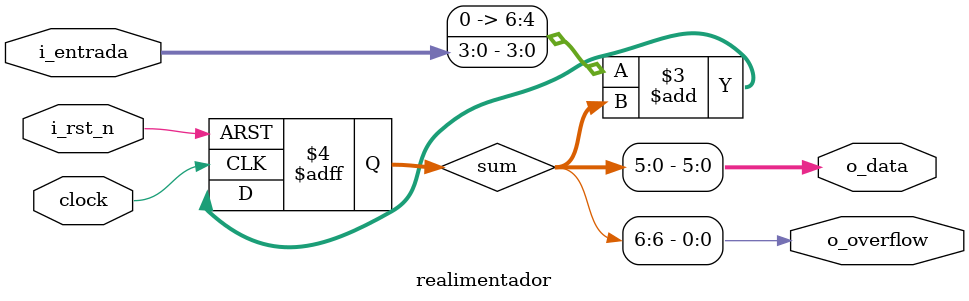
<source format=v>


`timescale 1ns/100ps

module realimentador (
output  [5:0]   o_data,
output          o_overflow,
input   [3:0]   i_entrada,
input           i_rst_n,
input           clock
);

reg     [6:0]   sum;

//! Este always por un lado toma el reset asincrónico
//! y por otro lado si no hay reset => el clock está activo
//! y por lo tanto hace la suma del bloque realimentación
always @(posedge clock or negedge i_rst_n) begin
    if(!i_rst_n) begin
      //Está aplicado el reset => hay que resetear
      sum = 7'b0000000;
    end
    else begin
        //Si no está en cero el reset entonces hay que trabajar
        sum = {3'b000, i_entrada }+ sum;
    end
end

//! Se asignan los puntos a sacar por las salidas 
//! según corresponde
assign o_overflow = sum[6];
assign o_data = sum[5:0];

endmodule
</source>
